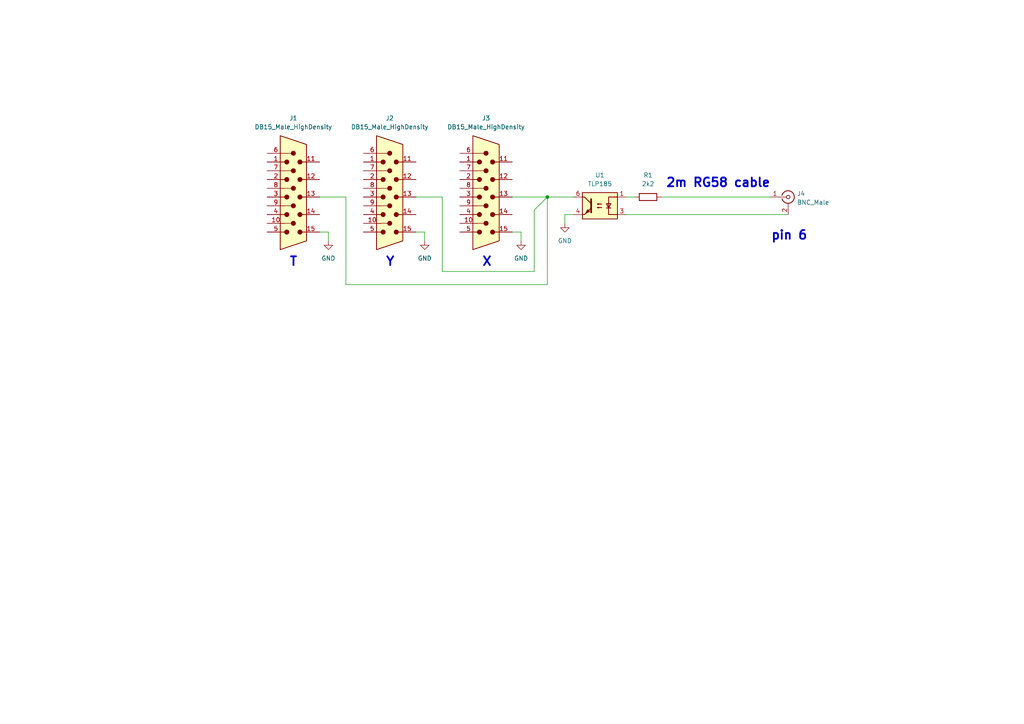
<source format=kicad_sch>
(kicad_sch (version 20230121) (generator eeschema)
  (paper "A4")
  (lib_symbols
    (symbol "Connector:Conn_Coaxial" (pin_names (offset 1.016) hide)
      (property "Reference" "J" (at 0.254 3.048 0))
      (property "Value" "Conn_Coaxial" (at 2.921 0 90))
      (symbol "Conn_Coaxial_0_1"
        (arc (start -1.778 -0.508) (mid 0.2311 -1.8066) (end 1.778 0) (stroke (width 0.254)))
        (polyline (pts (xy -2.54 0) (xy -0.508 0)))
        (polyline (pts (xy 0 -2.54) (xy 0 -1.778)))
        (circle (center 0 0) (radius 0.508) (stroke (width 0.2032)))
        (arc (start 1.778 0) (mid 0.2099 1.8101) (end -1.778 0.508) (stroke (width 0.254)))
      )
      (symbol "Conn_Coaxial_1_1"
        (pin passive line (at -5.08 0 0) (length 2.54) (name "In") (number "1"))
        (pin passive line (at 0 -5.08 90) (length 2.54) (name "Ext") (number "2"))
      )
    )
    (symbol "Connector:DB15_Male_HighDensity" (pin_names (offset 1.016) hide)
      (property "Reference" "J" (at 0 21.59 0))
      (property "Value" "DB15_Male_HighDensity" (at 0 19.05 0))
      (symbol "DB15_Male_HighDensity_0_1"
        (circle (center -1.905 -7.62) (radius 0.635) (fill (type outline)))
        (circle (center -1.905 -2.54) (radius 0.635) (fill (type outline)))
        (circle (center -1.905 2.54) (radius 0.635) (fill (type outline)))
        (circle (center -1.905 7.62) (radius 0.635) (fill (type outline)))
        (circle (center -1.905 12.7) (radius 0.635) (fill (type outline)))
        (circle (center 0 -10.16) (radius 0.635) (fill (type outline)))
        (circle (center 0 -5.08) (radius 0.635) (fill (type outline)))
        (polyline (pts (xy -3.175 -5.08) (xy -0.635 -5.08)))
        (polyline (pts (xy -0.635 -10.16) (xy -3.175 -10.16)))
        (polyline (pts (xy -0.635 0) (xy -3.175 0)))
        (polyline (pts (xy -0.635 5.08) (xy -3.175 5.08)))
        (polyline (pts (xy -0.635 10.16) (xy -3.175 10.16)))
        (polyline (pts (xy -3.81 17.78) (xy -3.81 -15.24) (xy 3.81 -12.7) (xy 3.81 15.24) (xy -3.81 17.78)) (stroke (width 0.254)) (fill (type background)))
        (circle (center 0 0) (radius 0.635) (fill (type outline)))
        (circle (center 0 5.08) (radius 0.635) (fill (type outline)))
        (circle (center 0 10.16) (radius 0.635) (fill (type outline)))
        (circle (center 1.905 -7.62) (radius 0.635) (fill (type outline)))
        (circle (center 1.905 -2.54) (radius 0.635) (fill (type outline)))
        (circle (center 1.905 2.54) (radius 0.635) (fill (type outline)))
        (circle (center 1.905 7.62) (radius 0.635) (fill (type outline)))
        (circle (center 1.905 12.7) (radius 0.635) (fill (type outline)))
      )
      (symbol "DB15_Male_HighDensity_1_1"
        (pin passive line (at -7.62 -7.62 0) (length 5.08) (name "~") (number "1"))
        (pin passive line (at -7.62 10.16 0) (length 5.08) (name "~") (number "10"))
        (pin passive line (at 7.62 -7.62 180) (length 5.08) (name "~") (number "11"))
        (pin passive line (at 7.62 -2.54 180) (length 5.08) (name "~") (number "12"))
        (pin passive line (at 7.62 2.54 180) (length 5.08) (name "~") (number "13"))
        (pin passive line (at 7.62 7.62 180) (length 5.08) (name "~") (number "14"))
        (pin passive line (at 7.62 12.7 180) (length 5.08) (name "~") (number "15"))
        (pin passive line (at -7.62 -2.54 0) (length 5.08) (name "~") (number "2"))
        (pin passive line (at -7.62 2.54 0) (length 5.08) (name "~") (number "3"))
        (pin passive line (at -7.62 7.62 0) (length 5.08) (name "~") (number "4"))
        (pin passive line (at -7.62 12.7 0) (length 5.08) (name "~") (number "5"))
        (pin passive line (at -7.62 -10.16 0) (length 5.08) (name "~") (number "6"))
        (pin passive line (at -7.62 -5.08 0) (length 5.08) (name "~") (number "7"))
        (pin passive line (at -7.62 0 0) (length 5.08) (name "~") (number "8"))
        (pin passive line (at -7.62 5.08 0) (length 5.08) (name "~") (number "9"))
      )
    )
    (symbol "Device:R" (pin_numbers hide) (pin_names (offset 0))
      (property "Reference" "R" (at 2.032 0 90))
      (property "Value" "R" (at 0 0 90))
      (symbol "R_0_1"
        (rectangle (start -1.016 -2.54) (end 1.016 2.54) (stroke (width 0.254)))
      )
      (symbol "R_1_1"
        (pin passive line (at 0 3.81 270) (length 1.27) (name "~") (number "1"))
        (pin passive line (at 0 -3.81 90) (length 1.27) (name "~") (number "2"))
      )
    )
    (symbol "Isolator:TLP185"
      (property "Reference" "U" (at -5.08 5.08 0))
      (property "Value" "TLP185" (at -5.08 -5.08 0))
      (symbol "TLP185_0_1"
        (rectangle (start -5.08 3.81) (end 5.08 -3.81) (stroke (width 0.254)) (fill (type background)))
        (polyline (pts (xy -3.175 -0.635) (xy -1.905 -0.635)) (stroke (width 0.254)))
        (polyline (pts (xy 2.54 1.905) (xy 2.54 -1.905) (xy 2.54 -1.905)) (stroke (width 0.508)))
        (polyline (pts (xy 5.08 -2.54) (xy 4.445 -2.54) (xy 2.54 -0.635)) (stroke (width 0.254)))
        (polyline (pts (xy 5.08 2.54) (xy 4.445 2.54) (xy 2.54 0.635)) (stroke (width 0.254)))
        (polyline (pts (xy -5.08 -2.54) (xy -2.54 -2.54) (xy -2.54 2.54) (xy -5.08 2.54)) (stroke (width 0.254)))
        (polyline (pts (xy -2.54 -0.635) (xy -3.175 0.635) (xy -1.905 0.635) (xy -2.54 -0.635)) (stroke (width 0.254)))
        (polyline (pts (xy -0.508 -0.508) (xy 0.762 -0.508) (xy 0.381 -0.635) (xy 0.381 -0.381) (xy 0.762 -0.508)) (stroke (width 0.254)))
        (polyline (pts (xy -0.508 0.508) (xy 0.762 0.508) (xy 0.381 0.381) (xy 0.381 0.635) (xy 0.762 0.508)) (stroke (width 0.254)))
        (polyline (pts (xy 3.048 -1.651) (xy 3.556 -1.143) (xy 4.064 -2.159) (xy 3.048 -1.651) (xy 3.048 -1.651)) (stroke (width 0.254)) (fill (type outline)))
      )
      (symbol "TLP185_1_1"
        (pin passive line (at -7.62 2.54 0) (length 2.54) (name "~") (number "1"))
        (pin passive line (at -7.62 -2.54 0) (length 2.54) (name "~") (number "3"))
        (pin passive line (at 7.62 -2.54 180) (length 2.54) (name "~") (number "4"))
        (pin passive line (at 7.62 2.54 180) (length 2.54) (name "~") (number "6"))
      )
    )
    (symbol "power:GND" (power) (pin_names (offset 0))
      (property "Value" "GND" (at 0 -3.81 0))
      (symbol "GND_0_1"
        (polyline (pts (xy 0 0) (xy 0 -1.27) (xy 1.27 -1.27) (xy 0 -2.54) (xy -1.27 -1.27) (xy 0 -1.27)))
      )
      (symbol "GND_1_1"
        (pin power_in line (at 0 0 270) (length 0) hide (name "GND") (number "1"))
      )
    )
  )
  (junction (at 158.75 57.15))
  (wire (pts (xy 166.37 62.23) (xy 163.83 62.23)))
  (wire (pts (xy 158.75 57.15) (xy 166.37 57.15)))
  (wire (pts (xy 92.71 67.31) (xy 95.25 67.31)))
  (wire (pts (xy 154.94 60.96) (xy 158.75 57.15)))
  (wire (pts (xy 181.61 57.15) (xy 184.15 57.15)))
  (wire (pts (xy 95.25 67.31) (xy 95.25 69.85)))
  (wire (pts (xy 100.33 82.55) (xy 100.33 57.15)))
  (wire (pts (xy 120.65 57.15) (xy 128.27 57.15)))
  (wire (pts (xy 158.75 57.15) (xy 158.75 82.55)))
  (wire (pts (xy 148.59 57.15) (xy 158.75 57.15)))
  (wire (pts (xy 128.27 78.74) (xy 154.94 78.74)))
  (wire (pts (xy 100.33 57.15) (xy 92.71 57.15)))
  (wire (pts (xy 163.83 62.23) (xy 163.83 64.77)))
  (wire (pts (xy 154.94 78.74) (xy 154.94 60.96)))
  (wire (pts (xy 181.61 62.23) (xy 228.6 62.23)))
  (wire (pts (xy 128.27 57.15) (xy 128.27 78.74)))
  (wire (pts (xy 120.65 67.31) (xy 123.19 67.31)))
  (wire (pts (xy 123.19 67.31) (xy 123.19 69.85)))
  (wire (pts (xy 158.75 82.55) (xy 100.33 82.55)))
  (wire (pts (xy 151.13 67.31) (xy 151.13 69.85)))
  (wire (pts (xy 191.77 57.15) (xy 223.52 57.15)))
  (wire (pts (xy 148.59 67.31) (xy 151.13 67.31)))
  (text "Y" (at 111.76 77.47 0) (effects (font (size 2.54 2.54) (thickness 0.508) bold) (justify left bottom)))
  (text "X" (at 139.7 77.47 0) (effects (font (size 2.54 2.54) (thickness 0.508) bold) (justify left bottom)))
  (text "pin 6" (at 223.52 69.85 0) (effects (font (size 2.54 2.54) (thickness 0.508) bold) (justify left bottom)))
  (text "2m RG58 cable" (at 193.04 54.61 0) (effects (font (size 2.54 2.54) (thickness 0.508) bold) (justify left bottom)))
  (text "T" (at 83.82 77.47 0) (effects (font (size 2.54 2.54) (thickness 0.508) bold) (justify left bottom)))
  (symbol (lib_id "power:GND") (at 123.19 69.85 0) (unit 1)
    (property "Reference" "#PWR02" (effects hide))
    (property "Value" "GND" (at 123.19 74.93 0))
  )
  (symbol (lib_id "Connector:DB15_Male_HighDensity") (at 85.09 54.61 0) (mirror x) (unit 1)
    (property "Reference" "J1" (at 85.09 34.29 0))
    (property "Value" "DB15_Male_HighDensity" (at 85.09 36.83 0))
    (property "Datasheet" " ~" (effects hide))
    (property "Part Number" "SPC15388." (effects hide))
    (property "Supplier" "Farnell" (effects hide))
  )
  (symbol (lib_id "power:GND") (at 163.83 64.77 0) (unit 1)
    (property "Reference" "#PWR04" (effects hide))
    (property "Value" "GND" (at 163.83 69.85 0))
  )
  (symbol (lib_id "Connector:DB15_Male_HighDensity") (at 140.97 54.61 0) (mirror x) (unit 1)
    (property "Reference" "J3" (at 140.97 34.29 0))
    (property "Value" "DB15_Male_HighDensity" (at 140.97 36.83 0))
    (property "Datasheet" " ~" (effects hide))
    (property "Part Number" "SPC15388." (effects hide))
    (property "Supplier" "Farnell" (effects hide))
  )
  (symbol (lib_id "Connector:Conn_Coaxial") (at 228.6 57.15 0) (unit 1)
    (property "Reference" "J4" (at 231.14 56.1731 0) (effects (justify left)))
    (property "Value" "BNC_Male" (at 231.14 58.7131 0) (effects (justify left)))
    (property "Datasheet" " ~" (effects hide))
  )
  (symbol (lib_id "Isolator:TLP185") (at 173.99 59.69 0) (mirror y) (unit 1)
    (property "Reference" "U1" (at 173.99 50.8 0))
    (property "Value" "TLP185" (at 173.99 53.34 0))
    (property "Footprint" "Package_SO:SOIC-4_4.55x3.7mm_P2.54mm" (effects hide))
    (property "Datasheet" "https://toshiba.semicon-storage.com/info/docget.jsp?did=11791&prodName=TLP185" (effects hide))
    (property "Part Number" " TLP185(GR-TPR,SE(T" (effects hide))
    (property "Supplier" "Farnell" (effects hide))
  )
  (symbol (lib_id "Connector:DB15_Male_HighDensity") (at 113.03 54.61 0) (mirror x) (unit 1)
    (property "Reference" "J2" (at 113.03 34.29 0))
    (property "Value" "DB15_Male_HighDensity" (at 113.03 36.83 0))
    (property "Datasheet" " ~" (effects hide))
    (property "Part Number" "SPC15388." (effects hide))
    (property "Supplier" "Farnell" (effects hide))
  )
  (symbol (lib_id "Device:R") (at 187.96 57.15 90) (unit 1)
    (property "Reference" "R1" (at 187.96 50.8 90))
    (property "Value" "2k2" (at 187.96 53.34 90))
    (property "Part Number" "RC0603FR-072K2L" (effects hide))
    (property "Supplier" "Farnell" (effects hide))
  )
  (symbol (lib_id "power:GND") (at 151.13 69.85 0) (unit 1)
    (property "Reference" "#PWR03" (effects hide))
    (property "Value" "GND" (at 151.13 74.93 0))
  )
  (symbol (lib_id "power:GND") (at 95.25 69.85 0) (unit 1)
    (property "Reference" "#PWR01" (effects hide))
    (property "Value" "GND" (at 95.25 74.93 0))
  )
)
</source>
